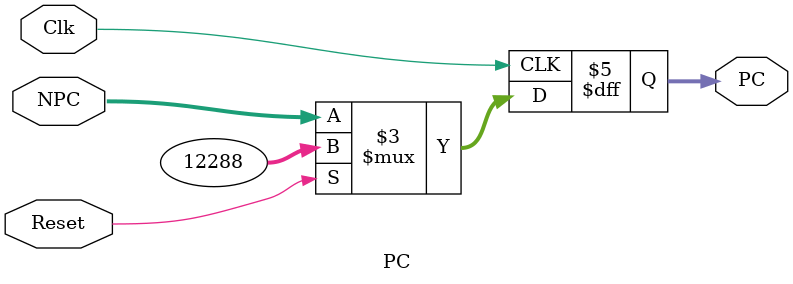
<source format=v>
`timescale 1ns / 1ps
module PC(
    input Clk,
    input Reset,
    input [31:0] NPC,
    output reg [31:0] PC
    );
	 
	 always@(posedge Clk) begin   //Í¬²½¸´Î»
	     if(Reset) begin
		      PC <= 32'h0000_3000;
		  end
		  else begin
		      PC <= NPC;
		  end
	 end


endmodule

</source>
